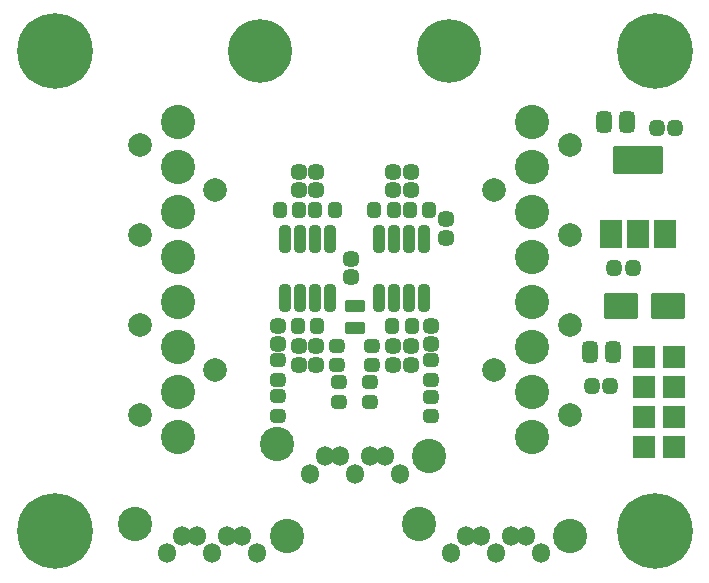
<source format=gbr>
%TF.GenerationSoftware,KiCad,Pcbnew,6.0.4-6f826c9f35~116~ubuntu20.04.1*%
%TF.CreationDate,2022-05-11T15:22:45+00:00*%
%TF.ProjectId,RFIQINT01B,52464951-494e-4543-9031-422e6b696361,REV 0.2*%
%TF.SameCoordinates,Original*%
%TF.FileFunction,Soldermask,Bot*%
%TF.FilePolarity,Negative*%
%FSLAX46Y46*%
G04 Gerber Fmt 4.6, Leading zero omitted, Abs format (unit mm)*
G04 Created by KiCad (PCBNEW 6.0.4-6f826c9f35~116~ubuntu20.04.1) date 2022-05-11 15:22:45*
%MOMM*%
%LPD*%
G01*
G04 APERTURE LIST*
G04 Aperture macros list*
%AMRoundRect*
0 Rectangle with rounded corners*
0 $1 Rounding radius*
0 $2 $3 $4 $5 $6 $7 $8 $9 X,Y pos of 4 corners*
0 Add a 4 corners polygon primitive as box body*
4,1,4,$2,$3,$4,$5,$6,$7,$8,$9,$2,$3,0*
0 Add four circle primitives for the rounded corners*
1,1,$1+$1,$2,$3*
1,1,$1+$1,$4,$5*
1,1,$1+$1,$6,$7*
1,1,$1+$1,$8,$9*
0 Add four rect primitives between the rounded corners*
20,1,$1+$1,$2,$3,$4,$5,0*
20,1,$1+$1,$4,$5,$6,$7,0*
20,1,$1+$1,$6,$7,$8,$9,0*
20,1,$1+$1,$8,$9,$2,$3,0*%
G04 Aperture macros list end*
%ADD10C,2.000000*%
%ADD11C,2.900000*%
%ADD12O,1.500000X1.700000*%
%ADD13RoundRect,0.200000X-0.762000X-0.762000X0.762000X-0.762000X0.762000X0.762000X-0.762000X0.762000X0*%
%ADD14RoundRect,0.350000X0.150000X-0.825000X0.150000X0.825000X-0.150000X0.825000X-0.150000X-0.825000X0*%
%ADD15RoundRect,0.200000X0.650000X-0.350000X0.650000X0.350000X-0.650000X0.350000X-0.650000X-0.350000X0*%
%ADD16RoundRect,0.200000X-1.250000X-0.900000X1.250000X-0.900000X1.250000X0.900000X-1.250000X0.900000X0*%
%ADD17C,6.400000*%
%ADD18RoundRect,0.450000X0.250000X0.475000X-0.250000X0.475000X-0.250000X-0.475000X0.250000X-0.475000X0*%
%ADD19RoundRect,0.200000X0.750000X-1.000000X0.750000X1.000000X-0.750000X1.000000X-0.750000X-1.000000X0*%
%ADD20RoundRect,0.200000X1.900000X-1.000000X1.900000X1.000000X-1.900000X1.000000X-1.900000X-1.000000X0*%
%ADD21C,5.400000*%
%ADD22RoundRect,0.400000X0.275000X-0.200000X0.275000X0.200000X-0.275000X0.200000X-0.275000X-0.200000X0*%
%ADD23RoundRect,0.400000X0.200000X0.275000X-0.200000X0.275000X-0.200000X-0.275000X0.200000X-0.275000X0*%
%ADD24RoundRect,0.400000X-0.275000X0.200000X-0.275000X-0.200000X0.275000X-0.200000X0.275000X0.200000X0*%
%ADD25RoundRect,0.425000X0.225000X0.250000X-0.225000X0.250000X-0.225000X-0.250000X0.225000X-0.250000X0*%
%ADD26RoundRect,0.425000X0.250000X-0.225000X0.250000X0.225000X-0.250000X0.225000X-0.250000X-0.225000X0*%
%ADD27RoundRect,0.425000X-0.250000X0.225000X-0.250000X-0.225000X0.250000X-0.225000X0.250000X0.225000X0*%
%ADD28RoundRect,0.450000X-0.250000X-0.475000X0.250000X-0.475000X0.250000X0.475000X-0.250000X0.475000X0*%
G04 APERTURE END LIST*
D10*
%TO.C,J3*%
X145200000Y-101885000D03*
X138800000Y-98075000D03*
X145200000Y-94265000D03*
X138800000Y-113315000D03*
X145200000Y-109505000D03*
X145200000Y-117125000D03*
D11*
X142000000Y-92360000D03*
X142000000Y-96170000D03*
X142000000Y-99980000D03*
X142000000Y-103790001D03*
X142000000Y-107599999D03*
X142000000Y-111410000D03*
X142000000Y-115220000D03*
X142000000Y-119030000D03*
%TD*%
D12*
%TO.C,J2*%
X142810000Y-128860000D03*
X141540000Y-127360000D03*
X140270000Y-127360000D03*
X139000000Y-128860000D03*
X137730000Y-127360000D03*
X136460000Y-127360000D03*
X135190000Y-128860000D03*
D11*
X132440000Y-126360000D03*
X145270000Y-127360000D03*
%TD*%
D12*
%TO.C,J4*%
X130810000Y-122110000D03*
X129540000Y-120610000D03*
X128270000Y-120610000D03*
X127000000Y-122110000D03*
X125730000Y-120610000D03*
X124460000Y-120610000D03*
X123190000Y-122110000D03*
D11*
X120440000Y-119610000D03*
X133270000Y-120610000D03*
%TD*%
D10*
%TO.C,J5*%
X108800000Y-94265000D03*
X115200000Y-98075000D03*
X108800000Y-109505000D03*
X115200000Y-113315000D03*
X108800000Y-101885000D03*
X108800000Y-117125000D03*
D11*
X112000000Y-119030000D03*
X112000000Y-115220000D03*
X112000000Y-111410000D03*
X112000000Y-107599999D03*
X112000000Y-103790001D03*
X112000000Y-99980000D03*
X112000000Y-96170000D03*
X112000000Y-92360000D03*
%TD*%
D12*
%TO.C,J6*%
X118770000Y-128860000D03*
X117500000Y-127360000D03*
X116230000Y-127360000D03*
X114960000Y-128860000D03*
X113690000Y-127360000D03*
X112420000Y-127360000D03*
X111150000Y-128860000D03*
D11*
X108400000Y-126360000D03*
X121230000Y-127360000D03*
%TD*%
D13*
%TO.C,J1*%
X151536400Y-112268000D03*
X154076400Y-112268000D03*
X151536400Y-114808000D03*
X154076400Y-114808000D03*
X151536400Y-117348000D03*
X154076400Y-117348000D03*
X151536400Y-119888000D03*
X154076400Y-119888000D03*
%TD*%
D14*
%TO.C,U1*%
X132905000Y-107235000D03*
X131635000Y-107235000D03*
X130365000Y-107235000D03*
X129095000Y-107235000D03*
X129095000Y-102285000D03*
X130365000Y-102285000D03*
X131635000Y-102285000D03*
X132905000Y-102285000D03*
%TD*%
D15*
%TO.C,L1*%
X127000000Y-109810000D03*
X127000000Y-107910000D03*
%TD*%
D14*
%TO.C,U2*%
X124905000Y-107235000D03*
X123635000Y-107235000D03*
X122365000Y-107235000D03*
X121095000Y-107235000D03*
X121095000Y-102285000D03*
X122365000Y-102285000D03*
X123635000Y-102285000D03*
X124905000Y-102285000D03*
%TD*%
D16*
%TO.C,D1*%
X149536400Y-107950000D03*
X153536400Y-107950000D03*
%TD*%
D17*
%TO.C,M1*%
X101600000Y-127000000D03*
%TD*%
%TO.C,M2*%
X152400000Y-127000000D03*
%TD*%
%TO.C,M3*%
X101600000Y-86360000D03*
%TD*%
%TO.C,M4*%
X152400000Y-86360000D03*
%TD*%
D18*
%TO.C,C1*%
X148828800Y-111810800D03*
X146928800Y-111810800D03*
%TD*%
D19*
%TO.C,U3*%
X153300000Y-101830000D03*
D20*
X151000000Y-95530000D03*
D19*
X151000000Y-101830000D03*
X148700000Y-101830000D03*
%TD*%
D21*
%TO.C,M5*%
X119000000Y-86360000D03*
%TD*%
%TO.C,M6*%
X135000000Y-86360000D03*
%TD*%
D22*
%TO.C,R1*%
X133502400Y-117258600D03*
X133502400Y-115608600D03*
%TD*%
%TO.C,R2*%
X128320800Y-116039400D03*
X128320800Y-114389400D03*
%TD*%
D23*
%TO.C,R3*%
X133325000Y-99827000D03*
X131675000Y-99827000D03*
%TD*%
%TO.C,R4*%
X131825000Y-109610000D03*
X130175000Y-109610000D03*
%TD*%
D22*
%TO.C,R5*%
X133500000Y-114185000D03*
X133500000Y-112535000D03*
%TD*%
%TO.C,R6*%
X128500000Y-112935000D03*
X128500000Y-111285000D03*
%TD*%
D23*
%TO.C,R7*%
X130325000Y-99827000D03*
X128675000Y-99827000D03*
%TD*%
D24*
%TO.C,R8*%
X125500000Y-111285000D03*
X125500000Y-112935000D03*
%TD*%
%TO.C,R9*%
X120500000Y-112535000D03*
X120500000Y-114185000D03*
%TD*%
D23*
%TO.C,R10*%
X125325000Y-99827000D03*
X123675000Y-99827000D03*
%TD*%
%TO.C,R11*%
X123825000Y-109610000D03*
X122175000Y-109610000D03*
%TD*%
%TO.C,R12*%
X122325000Y-99827000D03*
X120675000Y-99827000D03*
%TD*%
D24*
%TO.C,R13*%
X125679200Y-114389400D03*
X125679200Y-116039400D03*
%TD*%
%TO.C,R14*%
X120497600Y-115557800D03*
X120497600Y-117207800D03*
%TD*%
D25*
%TO.C,C2*%
X148638600Y-114706400D03*
X147088600Y-114706400D03*
%TD*%
D26*
%TO.C,C3*%
X134750000Y-102135000D03*
X134750000Y-100585000D03*
%TD*%
D27*
%TO.C,C4*%
X131750000Y-111335000D03*
X131750000Y-112885000D03*
%TD*%
%TO.C,C5*%
X131750000Y-96585000D03*
X131750000Y-98135000D03*
%TD*%
%TO.C,C6*%
X130250000Y-111335000D03*
X130250000Y-112885000D03*
%TD*%
%TO.C,C7*%
X130250000Y-96585000D03*
X130250000Y-98135000D03*
%TD*%
%TO.C,C8*%
X133500000Y-109585000D03*
X133500000Y-111135000D03*
%TD*%
%TO.C,C9*%
X120500000Y-109585000D03*
X120500000Y-111135000D03*
%TD*%
%TO.C,C10*%
X126650000Y-103935000D03*
X126650000Y-105485000D03*
%TD*%
%TO.C,C11*%
X123750000Y-111335000D03*
X123750000Y-112885000D03*
%TD*%
%TO.C,C12*%
X123750000Y-96585000D03*
X123750000Y-98135000D03*
%TD*%
%TO.C,C13*%
X122250000Y-111335000D03*
X122250000Y-112885000D03*
%TD*%
%TO.C,C14*%
X122250000Y-96585000D03*
X122250000Y-98135000D03*
%TD*%
D25*
%TO.C,C15*%
X150525000Y-104680000D03*
X148975000Y-104680000D03*
%TD*%
%TO.C,C16*%
X154150000Y-92885000D03*
X152600000Y-92885000D03*
%TD*%
D28*
%TO.C,C17*%
X148150000Y-92360000D03*
X150050000Y-92360000D03*
%TD*%
M02*

</source>
